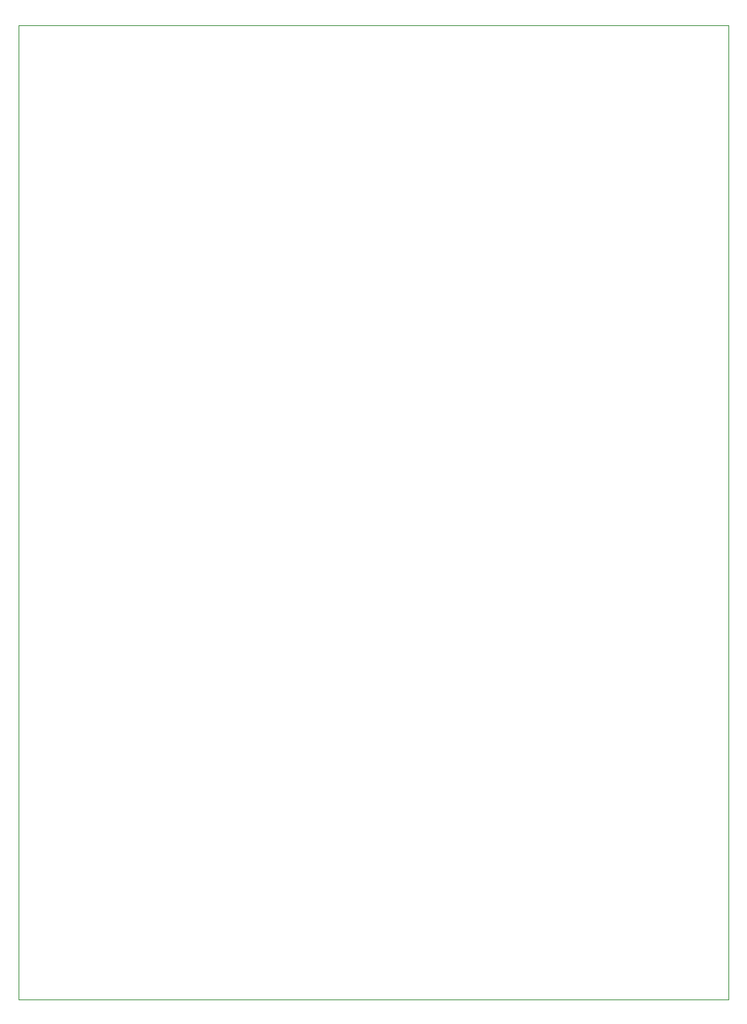
<source format=gm1>
G04 #@! TF.GenerationSoftware,KiCad,Pcbnew,8.0.2-1*
G04 #@! TF.CreationDate,2024-06-17T10:00:25+02:00*
G04 #@! TF.ProjectId,7555,37353535-2e6b-4696-9361-645f70636258,rev?*
G04 #@! TF.SameCoordinates,Original*
G04 #@! TF.FileFunction,Profile,NP*
%FSLAX46Y46*%
G04 Gerber Fmt 4.6, Leading zero omitted, Abs format (unit mm)*
G04 Created by KiCad (PCBNEW 8.0.2-1) date 2024-06-17 10:00:25*
%MOMM*%
%LPD*%
G01*
G04 APERTURE LIST*
G04 #@! TA.AperFunction,Profile*
%ADD10C,0.100000*%
G04 #@! TD*
G04 APERTURE END LIST*
D10*
X50000000Y-50000000D02*
X131000000Y-50000000D01*
X131000000Y-161000000D01*
X50000000Y-161000000D01*
X50000000Y-50000000D01*
M02*

</source>
